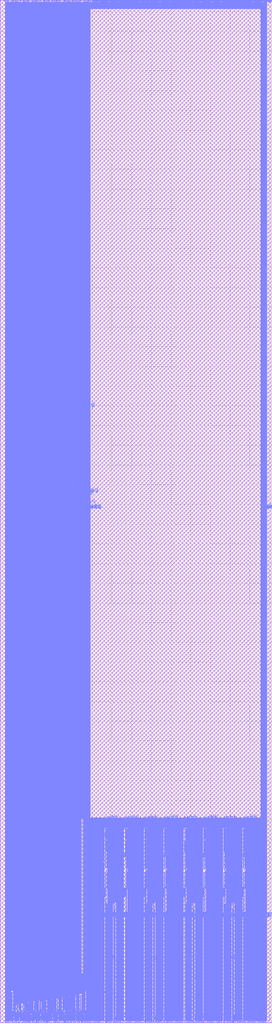
<source format=lef>
VERSION 5.8 ;
BUSBITCHARS "[]" ;
DIVIDERCHAR "/" ;

MACRO sramgen_sram_4096x8m8w8_replica_v1
  CLASS BLOCK ;
  ORIGIN 93.555 1025.97 ;
  FOREIGN sramgen_sram_4096x8m8w8_replica_v1 -93.555 -1025.97 ;
  SIZE 276.015 BY 1037.685 ;
  SYMMETRY X Y R90 ;
  PIN vdd
    DIRECTION INOUT ;
    USE POWER ;
    PORT
      LAYER met3 ;
        RECT -88.2 -1025.57 -87.8 11.315 ;
    END
    PORT
      LAYER met3 ;
        RECT -86.6 -1025.57 -86.2 11.315 ;
    END
    PORT
      LAYER met3 ;
        RECT -85 -1025.57 -84.6 11.315 ;
    END
    PORT
      LAYER met3 ;
        RECT -83.4 -1025.57 -83 11.315 ;
    END
    PORT
      LAYER met3 ;
        RECT -81.8 -993.54 -81.4 11.315 ;
    END
    PORT
      LAYER met3 ;
        RECT -80.2 -1012.62 -79.8 11.315 ;
    END
    PORT
      LAYER met3 ;
        RECT -78.6 -1025.57 -78.2 11.315 ;
    END
    PORT
      LAYER met3 ;
        RECT -77 -1007.32 -76.6 11.315 ;
    END
    PORT
      LAYER met3 ;
        RECT -77 -1025.57 -76.6 -1015.16 ;
    END
    PORT
      LAYER met3 ;
        RECT -75.4 -1008.38 -75 11.315 ;
    END
    PORT
      LAYER met3 ;
        RECT -73.8 -1012.62 -73.4 11.315 ;
    END
    PORT
      LAYER met3 ;
        RECT -73.8 -1025.57 -73.4 -1018.34 ;
    END
    PORT
      LAYER met3 ;
        RECT -72.2 -1025.57 -71.8 11.315 ;
    END
    PORT
      LAYER met3 ;
        RECT -70.6 -1006.26 -70.2 11.315 ;
    END
    PORT
      LAYER met3 ;
        RECT -70.6 -1025.57 -70.2 -1015.16 ;
    END
    PORT
      LAYER met3 ;
        RECT -69 -1012.62 -68.6 11.315 ;
    END
    PORT
      LAYER met3 ;
        RECT -67.4 -1012.62 -67 11.315 ;
    END
    PORT
      LAYER met3 ;
        RECT -67.4 -1025.57 -67 -1018.34 ;
    END
    PORT
      LAYER met3 ;
        RECT -65.8 -1025.57 -65.4 11.315 ;
    END
    PORT
      LAYER met3 ;
        RECT -64.2 -1006.26 -63.8 11.315 ;
    END
    PORT
      LAYER met3 ;
        RECT -64.2 -1025.57 -63.8 -1015.16 ;
    END
    PORT
      LAYER met3 ;
        RECT -62.6 -1012.62 -62.2 11.315 ;
    END
    PORT
      LAYER met3 ;
        RECT -61 -1025.57 -60.6 11.315 ;
    END
    PORT
      LAYER met3 ;
        RECT -59.4 -1004.14 -59 11.315 ;
    END
    PORT
      LAYER met3 ;
        RECT -59.4 -1025.57 -59 -1015.16 ;
    END
    PORT
      LAYER met3 ;
        RECT -57.8 -1012.62 -57.4 11.315 ;
    END
    PORT
      LAYER met3 ;
        RECT -56.2 -1012.62 -55.8 11.315 ;
    END
    PORT
      LAYER met3 ;
        RECT -56.2 -1025.57 -55.8 -1018.34 ;
    END
    PORT
      LAYER met3 ;
        RECT -54.6 -1025.57 -54.2 11.315 ;
    END
    PORT
      LAYER met3 ;
        RECT -53 -1003.08 -52.6 11.315 ;
    END
    PORT
      LAYER met3 ;
        RECT -53 -1025.57 -52.6 -1015.16 ;
    END
    PORT
      LAYER met3 ;
        RECT -51.4 -1012.62 -51 11.315 ;
    END
    PORT
      LAYER met3 ;
        RECT -49.8 -1012.62 -49.4 11.315 ;
    END
    PORT
      LAYER met3 ;
        RECT -49.8 -1025.57 -49.4 -1018.34 ;
    END
    PORT
      LAYER met3 ;
        RECT -48.2 -1025.57 -47.8 11.315 ;
    END
    PORT
      LAYER met3 ;
        RECT -46.6 -1003.08 -46.2 11.315 ;
    END
    PORT
      LAYER met3 ;
        RECT -46.6 -1025.57 -46.2 -1015.16 ;
    END
    PORT
      LAYER met3 ;
        RECT -45 -1012.62 -44.6 11.315 ;
    END
    PORT
      LAYER met3 ;
        RECT -45 -1025.57 -44.6 -1018.34 ;
    END
    PORT
      LAYER met3 ;
        RECT -43.4 -1025.57 -43 11.315 ;
    END
    PORT
      LAYER met3 ;
        RECT -41.8 -1002.02 -41.4 11.315 ;
    END
    PORT
      LAYER met3 ;
        RECT -41.8 -1025.57 -41.4 -1015.16 ;
    END
    PORT
      LAYER met3 ;
        RECT -40.2 -1012.62 -39.8 11.315 ;
    END
    PORT
      LAYER met3 ;
        RECT -38.6 -1012.62 -38.2 11.315 ;
    END
    PORT
      LAYER met3 ;
        RECT -38.6 -1025.57 -38.2 -1018.34 ;
    END
    PORT
      LAYER met3 ;
        RECT -37 -1025.57 -36.6 11.315 ;
    END
    PORT
      LAYER met3 ;
        RECT -35.4 -1000.96 -35 11.315 ;
    END
    PORT
      LAYER met3 ;
        RECT -35.4 -1025.57 -35 -1015.16 ;
    END
    PORT
      LAYER met3 ;
        RECT -33.8 -1012.62 -33.4 11.315 ;
    END
    PORT
      LAYER met3 ;
        RECT -32.2 -1025.57 -31.8 11.315 ;
    END
    PORT
      LAYER met3 ;
        RECT -30.6 -999.9 -30.2 11.315 ;
    END
    PORT
      LAYER met3 ;
        RECT -30.6 -1025.57 -30.2 -1015.16 ;
    END
    PORT
      LAYER met3 ;
        RECT -29 -999.9 -28.6 11.315 ;
    END
    PORT
      LAYER met3 ;
        RECT -29 -1025.57 -28.6 -1015.16 ;
    END
    PORT
      LAYER met3 ;
        RECT -27.4 -1012.62 -27 11.315 ;
    END
    PORT
      LAYER met3 ;
        RECT -27.4 -1025.57 -27 -1018.34 ;
    END
    PORT
      LAYER met3 ;
        RECT -25.8 -1025.57 -25.4 11.315 ;
    END
    PORT
      LAYER met3 ;
        RECT -24.2 -998.84 -23.8 11.315 ;
    END
    PORT
      LAYER met3 ;
        RECT -24.2 -1025.57 -23.8 -1015.16 ;
    END
    PORT
      LAYER met3 ;
        RECT -22.6 -1012.62 -22.2 11.315 ;
    END
    PORT
      LAYER met3 ;
        RECT -21 -1012.62 -20.6 11.315 ;
    END
    PORT
      LAYER met3 ;
        RECT -21 -1025.57 -20.6 -1018.34 ;
    END
    PORT
      LAYER met3 ;
        RECT -19.4 -1025.57 -19 11.315 ;
    END
    PORT
      LAYER met3 ;
        RECT -17.8 -997.78 -17.4 11.315 ;
    END
    PORT
      LAYER met3 ;
        RECT -17.8 -1025.57 -17.4 -1015.16 ;
    END
    PORT
      LAYER met3 ;
        RECT -16.2 -1012.62 -15.8 11.315 ;
    END
    PORT
      LAYER met3 ;
        RECT -14.6 -1025.57 -14.2 11.315 ;
    END
    PORT
      LAYER met3 ;
        RECT -13 -996.72 -12.6 11.315 ;
    END
    PORT
      LAYER met3 ;
        RECT -13 -1025.57 -12.6 -1015.16 ;
    END
    PORT
      LAYER met3 ;
        RECT -11.4 -996.72 -11 11.315 ;
    END
    PORT
      LAYER met3 ;
        RECT -11.4 -1025.57 -11 -1015.16 ;
    END
    PORT
      LAYER met3 ;
        RECT -9.8 -818.64 -9.4 11.315 ;
    END
    PORT
      LAYER met3 ;
        RECT -9.8 -1012.62 -9.4 -975.94 ;
    END
    PORT
      LAYER met3 ;
        RECT -9.8 -1025.57 -9.4 -1018.34 ;
    END
    PORT
      LAYER met3 ;
        RECT -8.2 -1025.57 -7.8 11.315 ;
    END
    PORT
      LAYER met3 ;
        RECT -6.6 -992.48 -6.2 11.315 ;
    END
    PORT
      LAYER met3 ;
        RECT -6.6 -1025.57 -6.2 -1015.16 ;
    END
    PORT
      LAYER met3 ;
        RECT -5 -1025.57 -4.6 11.315 ;
    END
    PORT
      LAYER met3 ;
        RECT -3.4 -1025.57 -3 11.315 ;
    END
    PORT
      LAYER met3 ;
        RECT -1.8 2.86 -1.4 11.315 ;
    END
    PORT
      LAYER met3 ;
        RECT -1.8 -1025.57 -1.4 -818 ;
    END
    PORT
      LAYER met3 ;
        RECT -0.2 2.86 0.2 11.315 ;
    END
    PORT
      LAYER met3 ;
        RECT -0.2 -1025.57 0.2 -818 ;
    END
    PORT
      LAYER met3 ;
        RECT 1.4 2.86 1.8 11.315 ;
    END
    PORT
      LAYER met3 ;
        RECT 1.4 -1025.57 1.8 -818 ;
    END
    PORT
      LAYER met3 ;
        RECT 3 2.86 3.4 11.315 ;
    END
    PORT
      LAYER met3 ;
        RECT 3 -1025.57 3.4 -818 ;
    END
    PORT
      LAYER met3 ;
        RECT 4.6 2.86 5 11.315 ;
    END
    PORT
      LAYER met3 ;
        RECT 4.6 -1025.57 5 -818 ;
    END
    PORT
      LAYER met3 ;
        RECT 6.2 2.86 6.6 11.315 ;
    END
    PORT
      LAYER met3 ;
        RECT 6.2 -1025.57 6.6 -818 ;
    END
    PORT
      LAYER met3 ;
        RECT 7.8 2.86 8.2 11.315 ;
    END
    PORT
      LAYER met3 ;
        RECT 7.8 -1025.57 8.2 -818 ;
    END
    PORT
      LAYER met3 ;
        RECT 9.4 2.86 9.8 11.315 ;
    END
    PORT
      LAYER met3 ;
        RECT 9.4 -1025.57 9.8 -818 ;
    END
    PORT
      LAYER met3 ;
        RECT 11 2.86 11.4 11.315 ;
    END
    PORT
      LAYER met3 ;
        RECT 11 -862.1 11.4 -818 ;
    END
    PORT
      LAYER met3 ;
        RECT 11 -1025.57 11.4 -973.82 ;
    END
    PORT
      LAYER met3 ;
        RECT 12.6 2.86 13 11.315 ;
    END
    PORT
      LAYER met3 ;
        RECT 12.6 -828.18 13 -818 ;
    END
    PORT
      LAYER met3 ;
        RECT 12.6 -898.14 13 -889.02 ;
    END
    PORT
      LAYER met3 ;
        RECT 14.2 2.86 14.6 11.315 ;
    END
    PORT
      LAYER met3 ;
        RECT 14.2 -839.84 14.6 -818 ;
    END
    PORT
      LAYER met3 ;
        RECT 14.2 -1025.57 14.6 -904.92 ;
    END
    PORT
      LAYER met3 ;
        RECT 15.8 2.86 16.2 11.315 ;
    END
    PORT
      LAYER met3 ;
        RECT 15.8 -1025.57 16.2 -818 ;
    END
    PORT
      LAYER met3 ;
        RECT 17.4 2.86 17.8 11.315 ;
    END
    PORT
      LAYER met3 ;
        RECT 17.4 -1025.57 17.8 -818 ;
    END
    PORT
      LAYER met3 ;
        RECT 19 2.86 19.4 11.315 ;
    END
    PORT
      LAYER met3 ;
        RECT 19 -1025.57 19.4 -818 ;
    END
    PORT
      LAYER met3 ;
        RECT 20.6 2.86 21 11.315 ;
    END
    PORT
      LAYER met3 ;
        RECT 20.6 -1025.57 21 -818 ;
    END
    PORT
      LAYER met3 ;
        RECT 22.2 2.86 22.6 11.315 ;
    END
    PORT
      LAYER met3 ;
        RECT 22.2 -904.5 22.6 -818 ;
    END
    PORT
      LAYER met3 ;
        RECT 23.8 2.86 24.2 11.315 ;
    END
    PORT
      LAYER met3 ;
        RECT 23.8 -903.44 24.2 -818 ;
    END
    PORT
      LAYER met3 ;
        RECT 23.8 -1025.57 24.2 -1018.34 ;
    END
    PORT
      LAYER met3 ;
        RECT 25.4 2.86 25.8 11.315 ;
    END
    PORT
      LAYER met3 ;
        RECT 25.4 -1025.57 25.8 -818 ;
    END
    PORT
      LAYER met3 ;
        RECT 27 2.86 27.4 11.315 ;
    END
    PORT
      LAYER met3 ;
        RECT 27 -1025.57 27.4 -818 ;
    END
    PORT
      LAYER met3 ;
        RECT 28.6 2.86 29 11.315 ;
    END
    PORT
      LAYER met3 ;
        RECT 28.6 -1025.57 29 -818 ;
    END
    PORT
      LAYER met3 ;
        RECT 30.2 2.86 30.6 11.315 ;
    END
    PORT
      LAYER met3 ;
        RECT 30.2 -1025.57 30.6 -818 ;
    END
    PORT
      LAYER met3 ;
        RECT 31.8 2.86 32.2 11.315 ;
    END
    PORT
      LAYER met3 ;
        RECT 31.8 -1025.57 32.2 -818 ;
    END
    PORT
      LAYER met3 ;
        RECT 33.4 2.86 33.8 11.315 ;
    END
    PORT
      LAYER met3 ;
        RECT 33.4 -828.18 33.8 -818 ;
    END
    PORT
      LAYER met3 ;
        RECT 33.4 -898.14 33.8 -889.02 ;
    END
    PORT
      LAYER met3 ;
        RECT 35 2.86 35.4 11.315 ;
    END
    PORT
      LAYER met3 ;
        RECT 35 -828.18 35.4 -818 ;
    END
    PORT
      LAYER met3 ;
        RECT 35 -1025.57 35.4 -913.4 ;
    END
    PORT
      LAYER met3 ;
        RECT 36.6 2.86 37 11.315 ;
    END
    PORT
      LAYER met3 ;
        RECT 36.6 -1025.57 37 -818 ;
    END
    PORT
      LAYER met3 ;
        RECT 38.2 2.86 38.6 11.315 ;
    END
    PORT
      LAYER met3 ;
        RECT 38.2 -1025.57 38.6 -818 ;
    END
    PORT
      LAYER met3 ;
        RECT 39.8 2.86 40.2 11.315 ;
    END
    PORT
      LAYER met3 ;
        RECT 39.8 -1025.57 40.2 -818 ;
    END
    PORT
      LAYER met3 ;
        RECT 41.4 2.86 41.8 11.315 ;
    END
    PORT
      LAYER met3 ;
        RECT 41.4 -1025.57 41.8 -818 ;
    END
    PORT
      LAYER met3 ;
        RECT 43 2.86 43.4 11.315 ;
    END
    PORT
      LAYER met3 ;
        RECT 43 -1025.57 43.4 -818 ;
    END
    PORT
      LAYER met3 ;
        RECT 44.6 2.86 45 11.315 ;
    END
    PORT
      LAYER met3 ;
        RECT 44.6 -1025.57 45 -818 ;
    END
    PORT
      LAYER met3 ;
        RECT 46.2 2.86 46.6 11.315 ;
    END
    PORT
      LAYER met3 ;
        RECT 46.2 -1025.57 46.6 -818 ;
    END
    PORT
      LAYER met3 ;
        RECT 47.8 2.86 48.2 11.315 ;
    END
    PORT
      LAYER met3 ;
        RECT 47.8 -1025.57 48.2 -818 ;
    END
    PORT
      LAYER met3 ;
        RECT 49.4 2.86 49.8 11.315 ;
    END
    PORT
      LAYER met3 ;
        RECT 49.4 -1025.57 49.8 -818 ;
    END
    PORT
      LAYER met3 ;
        RECT 51 2.86 51.4 11.315 ;
    END
    PORT
      LAYER met3 ;
        RECT 51 -1025.57 51.4 -818 ;
    END
    PORT
      LAYER met3 ;
        RECT 52.6 2.86 53 11.315 ;
    END
    PORT
      LAYER met3 ;
        RECT 52.6 -828.18 53 -818 ;
    END
    PORT
      LAYER met3 ;
        RECT 52.6 -898.14 53 -889.02 ;
    END
    PORT
      LAYER met3 ;
        RECT 54.2 2.86 54.6 11.315 ;
    END
    PORT
      LAYER met3 ;
        RECT 54.2 -839.84 54.6 -818 ;
    END
    PORT
      LAYER met3 ;
        RECT 54.2 -1025.57 54.6 -904.92 ;
    END
    PORT
      LAYER met3 ;
        RECT 55.8 2.86 56.2 11.315 ;
    END
    PORT
      LAYER met3 ;
        RECT 55.8 -1025.57 56.2 -818 ;
    END
    PORT
      LAYER met3 ;
        RECT 57.4 2.86 57.8 11.315 ;
    END
    PORT
      LAYER met3 ;
        RECT 57.4 -1025.57 57.8 -818 ;
    END
    PORT
      LAYER met3 ;
        RECT 59 2.86 59.4 11.315 ;
    END
    PORT
      LAYER met3 ;
        RECT 59 -1025.57 59.4 -818 ;
    END
    PORT
      LAYER met3 ;
        RECT 60.6 2.86 61 11.315 ;
    END
    PORT
      LAYER met3 ;
        RECT 60.6 -1025.57 61 -818 ;
    END
    PORT
      LAYER met3 ;
        RECT 62.2 2.86 62.6 11.315 ;
    END
    PORT
      LAYER met3 ;
        RECT 62.2 -904.5 62.6 -818 ;
    END
    PORT
      LAYER met3 ;
        RECT 63.8 2.86 64.2 11.315 ;
    END
    PORT
      LAYER met3 ;
        RECT 63.8 -903.44 64.2 -818 ;
    END
    PORT
      LAYER met3 ;
        RECT 63.8 -1025.57 64.2 -1018.34 ;
    END
    PORT
      LAYER met3 ;
        RECT 65.4 2.86 65.8 11.315 ;
    END
    PORT
      LAYER met3 ;
        RECT 65.4 -1025.57 65.8 -818 ;
    END
    PORT
      LAYER met3 ;
        RECT 67 2.86 67.4 11.315 ;
    END
    PORT
      LAYER met3 ;
        RECT 67 -1025.57 67.4 -818 ;
    END
    PORT
      LAYER met3 ;
        RECT 68.6 2.86 69 11.315 ;
    END
    PORT
      LAYER met3 ;
        RECT 68.6 -1025.57 69 -818 ;
    END
    PORT
      LAYER met3 ;
        RECT 70.2 2.86 70.6 11.315 ;
    END
    PORT
      LAYER met3 ;
        RECT 70.2 -1025.57 70.6 -818 ;
    END
    PORT
      LAYER met3 ;
        RECT 71.8 2.86 72.2 11.315 ;
    END
    PORT
      LAYER met3 ;
        RECT 71.8 -1025.57 72.2 -818 ;
    END
    PORT
      LAYER met3 ;
        RECT 73.4 2.86 73.8 11.315 ;
    END
    PORT
      LAYER met3 ;
        RECT 73.4 -828.18 73.8 -818 ;
    END
    PORT
      LAYER met3 ;
        RECT 73.4 -898.14 73.8 -889.02 ;
    END
    PORT
      LAYER met3 ;
        RECT 75 2.86 75.4 11.315 ;
    END
    PORT
      LAYER met3 ;
        RECT 75 -828.18 75.4 -818 ;
    END
    PORT
      LAYER met3 ;
        RECT 75 -1025.57 75.4 -913.4 ;
    END
    PORT
      LAYER met3 ;
        RECT 76.6 2.86 77 11.315 ;
    END
    PORT
      LAYER met3 ;
        RECT 76.6 -1025.57 77 -818 ;
    END
    PORT
      LAYER met3 ;
        RECT 78.2 2.86 78.6 11.315 ;
    END
    PORT
      LAYER met3 ;
        RECT 78.2 -1025.57 78.6 -818 ;
    END
    PORT
      LAYER met3 ;
        RECT 79.8 2.86 80.2 11.315 ;
    END
    PORT
      LAYER met3 ;
        RECT 79.8 -1025.57 80.2 -818 ;
    END
    PORT
      LAYER met3 ;
        RECT 81.4 2.86 81.8 11.315 ;
    END
    PORT
      LAYER met3 ;
        RECT 81.4 -1025.57 81.8 -818 ;
    END
    PORT
      LAYER met3 ;
        RECT 83 2.86 83.4 11.315 ;
    END
    PORT
      LAYER met3 ;
        RECT 83 -1025.57 83.4 -818 ;
    END
    PORT
      LAYER met3 ;
        RECT 84.6 2.86 85 11.315 ;
    END
    PORT
      LAYER met3 ;
        RECT 84.6 -1025.57 85 -818 ;
    END
    PORT
      LAYER met3 ;
        RECT 86.2 2.86 86.6 11.315 ;
    END
    PORT
      LAYER met3 ;
        RECT 86.2 -1025.57 86.6 -818 ;
    END
    PORT
      LAYER met3 ;
        RECT 87.8 2.86 88.2 11.315 ;
    END
    PORT
      LAYER met3 ;
        RECT 87.8 -1025.57 88.2 -818 ;
    END
    PORT
      LAYER met3 ;
        RECT 89.4 2.86 89.8 11.315 ;
    END
    PORT
      LAYER met3 ;
        RECT 89.4 -1025.57 89.8 -818 ;
    END
    PORT
      LAYER met3 ;
        RECT 91 2.86 91.4 11.315 ;
    END
    PORT
      LAYER met3 ;
        RECT 91 -1025.57 91.4 -818 ;
    END
    PORT
      LAYER met3 ;
        RECT 92.6 2.86 93 11.315 ;
    END
    PORT
      LAYER met3 ;
        RECT 92.6 -828.18 93 -818 ;
    END
    PORT
      LAYER met3 ;
        RECT 92.6 -898.14 93 -889.02 ;
    END
    PORT
      LAYER met3 ;
        RECT 94.2 2.86 94.6 11.315 ;
    END
    PORT
      LAYER met3 ;
        RECT 94.2 -839.84 94.6 -818 ;
    END
    PORT
      LAYER met3 ;
        RECT 94.2 -1025.57 94.6 -904.92 ;
    END
    PORT
      LAYER met3 ;
        RECT 95.8 2.86 96.2 11.315 ;
    END
    PORT
      LAYER met3 ;
        RECT 95.8 -1025.57 96.2 -818 ;
    END
    PORT
      LAYER met3 ;
        RECT 97.4 2.86 97.8 11.315 ;
    END
    PORT
      LAYER met3 ;
        RECT 97.4 -1025.57 97.8 -818 ;
    END
    PORT
      LAYER met3 ;
        RECT 99 2.86 99.4 11.315 ;
    END
    PORT
      LAYER met3 ;
        RECT 99 -1025.57 99.4 -818 ;
    END
    PORT
      LAYER met3 ;
        RECT 100.6 2.86 101 11.315 ;
    END
    PORT
      LAYER met3 ;
        RECT 100.6 -1025.57 101 -818 ;
    END
    PORT
      LAYER met3 ;
        RECT 102.2 2.86 102.6 11.315 ;
    END
    PORT
      LAYER met3 ;
        RECT 102.2 -904.5 102.6 -818 ;
    END
    PORT
      LAYER met3 ;
        RECT 103.8 2.86 104.2 11.315 ;
    END
    PORT
      LAYER met3 ;
        RECT 103.8 -903.44 104.2 -818 ;
    END
    PORT
      LAYER met3 ;
        RECT 103.8 -1025.57 104.2 -1018.34 ;
    END
    PORT
      LAYER met3 ;
        RECT 105.4 2.86 105.8 11.315 ;
    END
    PORT
      LAYER met3 ;
        RECT 105.4 -1025.57 105.8 -818 ;
    END
    PORT
      LAYER met3 ;
        RECT 107 2.86 107.4 11.315 ;
    END
    PORT
      LAYER met3 ;
        RECT 107 -1025.57 107.4 -818 ;
    END
    PORT
      LAYER met3 ;
        RECT 108.6 2.86 109 11.315 ;
    END
    PORT
      LAYER met3 ;
        RECT 108.6 -1025.57 109 -818 ;
    END
    PORT
      LAYER met3 ;
        RECT 110.2 2.86 110.6 11.315 ;
    END
    PORT
      LAYER met3 ;
        RECT 110.2 -1025.57 110.6 -818 ;
    END
    PORT
      LAYER met3 ;
        RECT 111.8 2.86 112.2 11.315 ;
    END
    PORT
      LAYER met3 ;
        RECT 111.8 -1025.57 112.2 -818 ;
    END
    PORT
      LAYER met3 ;
        RECT 113.4 2.86 113.8 11.315 ;
    END
    PORT
      LAYER met3 ;
        RECT 113.4 -828.18 113.8 -818 ;
    END
    PORT
      LAYER met3 ;
        RECT 113.4 -898.14 113.8 -889.02 ;
    END
    PORT
      LAYER met3 ;
        RECT 115 2.86 115.4 11.315 ;
    END
    PORT
      LAYER met3 ;
        RECT 115 -828.18 115.4 -818 ;
    END
    PORT
      LAYER met3 ;
        RECT 115 -1025.57 115.4 -913.4 ;
    END
    PORT
      LAYER met3 ;
        RECT 116.6 2.86 117 11.315 ;
    END
    PORT
      LAYER met3 ;
        RECT 116.6 -1025.57 117 -818 ;
    END
    PORT
      LAYER met3 ;
        RECT 118.2 2.86 118.6 11.315 ;
    END
    PORT
      LAYER met3 ;
        RECT 118.2 -1025.57 118.6 -818 ;
    END
    PORT
      LAYER met3 ;
        RECT 119.8 2.86 120.2 11.315 ;
    END
    PORT
      LAYER met3 ;
        RECT 119.8 -1025.57 120.2 -818 ;
    END
    PORT
      LAYER met3 ;
        RECT 121.4 2.86 121.8 11.315 ;
    END
    PORT
      LAYER met3 ;
        RECT 121.4 -1025.57 121.8 -818 ;
    END
    PORT
      LAYER met3 ;
        RECT 123 2.86 123.4 11.315 ;
    END
    PORT
      LAYER met3 ;
        RECT 123 -1025.57 123.4 -818 ;
    END
    PORT
      LAYER met3 ;
        RECT 124.6 2.86 125 11.315 ;
    END
    PORT
      LAYER met3 ;
        RECT 124.6 -1025.57 125 -818 ;
    END
    PORT
      LAYER met3 ;
        RECT 126.2 2.86 126.6 11.315 ;
    END
    PORT
      LAYER met3 ;
        RECT 126.2 -1025.57 126.6 -818 ;
    END
    PORT
      LAYER met3 ;
        RECT 127.8 2.86 128.2 11.315 ;
    END
    PORT
      LAYER met3 ;
        RECT 127.8 -1025.57 128.2 -818 ;
    END
    PORT
      LAYER met3 ;
        RECT 129.4 2.86 129.8 11.315 ;
    END
    PORT
      LAYER met3 ;
        RECT 129.4 -1025.57 129.8 -818 ;
    END
    PORT
      LAYER met3 ;
        RECT 131 2.86 131.4 11.315 ;
    END
    PORT
      LAYER met3 ;
        RECT 131 -1025.57 131.4 -818 ;
    END
    PORT
      LAYER met3 ;
        RECT 132.6 2.86 133 11.315 ;
    END
    PORT
      LAYER met3 ;
        RECT 132.6 -828.18 133 -818 ;
    END
    PORT
      LAYER met3 ;
        RECT 132.6 -898.14 133 -889.02 ;
    END
    PORT
      LAYER met3 ;
        RECT 134.2 2.86 134.6 11.315 ;
    END
    PORT
      LAYER met3 ;
        RECT 134.2 -839.84 134.6 -818 ;
    END
    PORT
      LAYER met3 ;
        RECT 134.2 -1025.57 134.6 -904.92 ;
    END
    PORT
      LAYER met3 ;
        RECT 135.8 2.86 136.2 11.315 ;
    END
    PORT
      LAYER met3 ;
        RECT 135.8 -1025.57 136.2 -818 ;
    END
    PORT
      LAYER met3 ;
        RECT 137.4 2.86 137.8 11.315 ;
    END
    PORT
      LAYER met3 ;
        RECT 137.4 -1025.57 137.8 -818 ;
    END
    PORT
      LAYER met3 ;
        RECT 139 2.86 139.4 11.315 ;
    END
    PORT
      LAYER met3 ;
        RECT 139 -1025.57 139.4 -818 ;
    END
    PORT
      LAYER met3 ;
        RECT 140.6 2.86 141 11.315 ;
    END
    PORT
      LAYER met3 ;
        RECT 140.6 -1025.57 141 -818 ;
    END
    PORT
      LAYER met3 ;
        RECT 142.2 2.86 142.6 11.315 ;
    END
    PORT
      LAYER met3 ;
        RECT 142.2 -904.5 142.6 -818 ;
    END
    PORT
      LAYER met3 ;
        RECT 143.8 2.86 144.2 11.315 ;
    END
    PORT
      LAYER met3 ;
        RECT 143.8 -903.44 144.2 -818 ;
    END
    PORT
      LAYER met3 ;
        RECT 143.8 -1025.57 144.2 -1018.34 ;
    END
    PORT
      LAYER met3 ;
        RECT 145.4 2.86 145.8 11.315 ;
    END
    PORT
      LAYER met3 ;
        RECT 145.4 -1025.57 145.8 -818 ;
    END
    PORT
      LAYER met3 ;
        RECT 147 2.86 147.4 11.315 ;
    END
    PORT
      LAYER met3 ;
        RECT 147 -1025.57 147.4 -818 ;
        RECT 146.95 -901.37 147.4 -901.04 ;
        RECT 146.95 -915.51 147.4 -915.18 ;
    END
    PORT
      LAYER met3 ;
        RECT 148.6 2.86 149 11.315 ;
    END
    PORT
      LAYER met3 ;
        RECT 148.6 -1025.57 149 -818 ;
    END
    PORT
      LAYER met3 ;
        RECT 150.2 2.86 150.6 11.315 ;
    END
    PORT
      LAYER met3 ;
        RECT 150.2 -1025.57 150.6 -818 ;
    END
    PORT
      LAYER met3 ;
        RECT 151.8 2.86 152.2 11.315 ;
    END
    PORT
      LAYER met3 ;
        RECT 151.8 -1025.57 152.2 -818 ;
    END
    PORT
      LAYER met3 ;
        RECT 153.4 2.86 153.8 11.315 ;
    END
    PORT
      LAYER met3 ;
        RECT 153.4 -828.18 153.8 -818 ;
    END
    PORT
      LAYER met3 ;
        RECT 153.4 -898.14 153.8 -889.02 ;
    END
    PORT
      LAYER met3 ;
        RECT 155 2.86 155.4 11.315 ;
    END
    PORT
      LAYER met3 ;
        RECT 155 -828.18 155.4 -818 ;
    END
    PORT
      LAYER met3 ;
        RECT 155 -1025.57 155.4 -913.4 ;
    END
    PORT
      LAYER met3 ;
        RECT 156.6 2.86 157 11.315 ;
    END
    PORT
      LAYER met3 ;
        RECT 156.6 -1025.57 157 -818 ;
    END
    PORT
      LAYER met3 ;
        RECT 158.2 2.86 158.6 11.315 ;
    END
    PORT
      LAYER met3 ;
        RECT 158.2 -1025.57 158.6 -818 ;
    END
    PORT
      LAYER met3 ;
        RECT 159.8 2.86 160.2 11.315 ;
    END
    PORT
      LAYER met3 ;
        RECT 159.8 -1025.57 160.2 -818 ;
    END
    PORT
      LAYER met3 ;
        RECT 161.4 2.86 161.8 11.315 ;
    END
    PORT
      LAYER met3 ;
        RECT 161.4 -1025.57 161.8 -818 ;
    END
    PORT
      LAYER met3 ;
        RECT 163 2.86 163.4 11.315 ;
    END
    PORT
      LAYER met3 ;
        RECT 163 -1025.57 163.4 -818 ;
    END
    PORT
      LAYER met3 ;
        RECT 164.6 2.86 165 11.315 ;
    END
    PORT
      LAYER met3 ;
        RECT 164.6 -1025.57 165 -818 ;
    END
    PORT
      LAYER met3 ;
        RECT 166.2 2.86 166.6 11.315 ;
    END
    PORT
      LAYER met3 ;
        RECT 166.2 -1025.57 166.6 -818 ;
    END
    PORT
      LAYER met3 ;
        RECT 167.8 2.86 168.2 11.315 ;
    END
    PORT
      LAYER met3 ;
        RECT 167.8 -1025.57 168.2 -818 ;
    END
    PORT
      LAYER met3 ;
        RECT 169.4 2.86 169.8 11.315 ;
    END
    PORT
      LAYER met3 ;
        RECT 169.4 -1025.57 169.8 -818 ;
    END
    PORT
      LAYER met3 ;
        RECT 171 -1025.57 171.4 11.315 ;
    END
    PORT
      LAYER met3 ;
        RECT 172.6 -1025.57 173 11.315 ;
    END
    PORT
      LAYER met3 ;
        RECT 174.2 -1025.57 174.6 11.315 ;
    END
    PORT
      LAYER met3 ;
        RECT 175.8 -1025.57 176.2 11.315 ;
    END
  END vdd
  PIN vss
    DIRECTION INOUT ;
    USE GROUND ;
    PORT
      LAYER met3 ;
        RECT -87.4 -1024.03 -87 9.775 ;
    END
    PORT
      LAYER met3 ;
        RECT -85.8 -1024.03 -85.4 9.775 ;
    END
    PORT
      LAYER met3 ;
        RECT -84.2 -1024.03 -83.8 9.775 ;
    END
    PORT
      LAYER met3 ;
        RECT -82.6 -1024.03 -82.2 9.775 ;
    END
    PORT
      LAYER met3 ;
        RECT -81 -993.54 -80.6 9.775 ;
    END
    PORT
      LAYER met3 ;
        RECT -79.4 -1012.62 -79 9.775 ;
    END
    PORT
      LAYER met3 ;
        RECT -79.4 -1024.03 -79 -1018.34 ;
    END
    PORT
      LAYER met3 ;
        RECT -77.8 -1024.03 -77.4 9.775 ;
    END
    PORT
      LAYER met3 ;
        RECT -76.2 -1007.32 -75.8 9.775 ;
    END
    PORT
      LAYER met3 ;
        RECT -76.2 -1024.03 -75.8 -1015.16 ;
    END
    PORT
      LAYER met3 ;
        RECT -74.6 -1012.62 -74.2 9.775 ;
    END
    PORT
      LAYER met3 ;
        RECT -73 -1024.03 -72.6 9.775 ;
    END
    PORT
      LAYER met3 ;
        RECT -71.4 -1006.26 -71 9.775 ;
    END
    PORT
      LAYER met3 ;
        RECT -71.4 -1024.03 -71 -1015.16 ;
    END
    PORT
      LAYER met3 ;
        RECT -69.8 -1007.32 -69.4 9.775 ;
    END
    PORT
      LAYER met3 ;
        RECT -69.8 -1024.03 -69.4 -1015.16 ;
    END
    PORT
      LAYER met3 ;
        RECT -68.2 -1012.62 -67.8 9.775 ;
    END
    PORT
      LAYER met3 ;
        RECT -68.2 -1024.03 -67.8 -1018.34 ;
    END
    PORT
      LAYER met3 ;
        RECT -66.6 -1024.03 -66.2 9.775 ;
    END
    PORT
      LAYER met3 ;
        RECT -65 -1005.2 -64.6 9.775 ;
    END
    PORT
      LAYER met3 ;
        RECT -65 -1024.03 -64.6 -1015.16 ;
    END
    PORT
      LAYER met3 ;
        RECT -63.4 -1012.62 -63 9.775 ;
    END
    PORT
      LAYER met3 ;
        RECT -61.8 -1012.62 -61.4 9.775 ;
    END
    PORT
      LAYER met3 ;
        RECT -61.8 -1024.03 -61.4 -1018.34 ;
    END
    PORT
      LAYER met3 ;
        RECT -60.2 -1024.03 -59.8 9.775 ;
    END
    PORT
      LAYER met3 ;
        RECT -58.6 -1004.14 -58.2 9.775 ;
    END
    PORT
      LAYER met3 ;
        RECT -58.6 -1024.03 -58.2 -1015.16 ;
    END
    PORT
      LAYER met3 ;
        RECT -57 -1012.62 -56.6 9.775 ;
    END
    PORT
      LAYER met3 ;
        RECT -55.4 -1024.03 -55 9.775 ;
    END
    PORT
      LAYER met3 ;
        RECT -53.8 -1003.08 -53.4 9.775 ;
    END
    PORT
      LAYER met3 ;
        RECT -53.8 -1024.03 -53.4 -1015.16 ;
    END
    PORT
      LAYER met3 ;
        RECT -52.2 -1004.14 -51.8 9.775 ;
    END
    PORT
      LAYER met3 ;
        RECT -50.6 -1012.62 -50.2 9.775 ;
    END
    PORT
      LAYER met3 ;
        RECT -50.6 -1024.03 -50.2 -1018.34 ;
    END
    PORT
      LAYER met3 ;
        RECT -49 -1024.03 -48.6 9.775 ;
    END
    PORT
      LAYER met3 ;
        RECT -47.4 -1002.02 -47 9.775 ;
    END
    PORT
      LAYER met3 ;
        RECT -47.4 -1024.03 -47 -1015.16 ;
    END
    PORT
      LAYER met3 ;
        RECT -45.8 -1012.62 -45.4 9.775 ;
    END
    PORT
      LAYER met3 ;
        RECT -44.2 -1012.62 -43.8 9.775 ;
    END
    PORT
      LAYER met3 ;
        RECT -44.2 -1024.03 -43.8 -1018.34 ;
    END
    PORT
      LAYER met3 ;
        RECT -42.6 -1024.03 -42.2 9.775 ;
    END
    PORT
      LAYER met3 ;
        RECT -41 -1002.02 -40.6 9.775 ;
    END
    PORT
      LAYER met3 ;
        RECT -41 -1024.03 -40.6 -1015.16 ;
    END
    PORT
      LAYER met3 ;
        RECT -39.4 -1012.62 -39 9.775 ;
    END
    PORT
      LAYER met3 ;
        RECT -37.8 -1024.03 -37.4 9.775 ;
    END
    PORT
      LAYER met3 ;
        RECT -36.2 -1000.96 -35.8 9.775 ;
    END
    PORT
      LAYER met3 ;
        RECT -36.2 -1024.03 -35.8 -1015.16 ;
    END
    PORT
      LAYER met3 ;
        RECT -34.6 -1000.96 -34.2 9.775 ;
    END
    PORT
      LAYER met3 ;
        RECT -33 -1012.62 -32.6 9.775 ;
    END
    PORT
      LAYER met3 ;
        RECT -33 -1024.03 -32.6 -1018.34 ;
    END
    PORT
      LAYER met3 ;
        RECT -31.4 -1024.03 -31 9.775 ;
    END
    PORT
      LAYER met3 ;
        RECT -29.8 -999.9 -29.4 9.775 ;
    END
    PORT
      LAYER met3 ;
        RECT -29.8 -1024.03 -29.4 -1015.16 ;
    END
    PORT
      LAYER met3 ;
        RECT -28.2 -1012.62 -27.8 9.775 ;
    END
    PORT
      LAYER met3 ;
        RECT -26.6 -1012.62 -26.2 9.775 ;
    END
    PORT
      LAYER met3 ;
        RECT -26.6 -1024.03 -26.2 -1018.34 ;
    END
    PORT
      LAYER met3 ;
        RECT -25 -1024.03 -24.6 9.775 ;
    END
    PORT
      LAYER met3 ;
        RECT -23.4 -998.84 -23 9.775 ;
    END
    PORT
      LAYER met3 ;
        RECT -23.4 -1024.03 -23 -1015.16 ;
    END
    PORT
      LAYER met3 ;
        RECT -21.8 -1012.62 -21.4 9.775 ;
    END
    PORT
      LAYER met3 ;
        RECT -20.2 -1024.03 -19.8 9.775 ;
    END
    PORT
      LAYER met3 ;
        RECT -18.6 -997.78 -18.2 9.775 ;
    END
    PORT
      LAYER met3 ;
        RECT -18.6 -1024.03 -18.2 -1015.16 ;
    END
    PORT
      LAYER met3 ;
        RECT -17 -997.78 -16.6 9.775 ;
    END
    PORT
      LAYER met3 ;
        RECT -15.4 -1012.62 -15 9.775 ;
    END
    PORT
      LAYER met3 ;
        RECT -15.4 -1024.03 -15 -1018.34 ;
    END
    PORT
      LAYER met3 ;
        RECT -13.8 -1024.03 -13.4 9.775 ;
    END
    PORT
      LAYER met3 ;
        RECT -12.2 -996.72 -11.8 9.775 ;
    END
    PORT
      LAYER met3 ;
        RECT -12.2 -1024.03 -11.8 -1015.16 ;
    END
    PORT
      LAYER met3 ;
        RECT -10.6 -818.64 -10.2 9.775 ;
    END
    PORT
      LAYER met3 ;
        RECT -10.6 -1012.62 -10.2 -975.94 ;
    END
    PORT
      LAYER met3 ;
        RECT -9 -1012.62 -8.6 9.775 ;
    END
    PORT
      LAYER met3 ;
        RECT -9 -1024.03 -8.6 -1018.34 ;
    END
    PORT
      LAYER met3 ;
        RECT -7.4 -1024.03 -7 9.775 ;
    END
    PORT
      LAYER met3 ;
        RECT -5.8 -992.48 -5.4 9.775 ;
    END
    PORT
      LAYER met3 ;
        RECT -5.8 -1024.03 -5.4 -1015.16 ;
        RECT -5.825 -1017.025 -5.4 -1016.695 ;
    END
    PORT
      LAYER met3 ;
        RECT -4.2 -1024.03 -3.8 9.775 ;
    END
    PORT
      LAYER met3 ;
        RECT -2.6 -1024.03 -2.2 9.775 ;
    END
    PORT
      LAYER met3 ;
        RECT -1 2.86 -0.6 9.775 ;
    END
    PORT
      LAYER met3 ;
        RECT -1 -1024.03 -0.6 -818 ;
    END
    PORT
      LAYER met3 ;
        RECT 0.6 2.86 1 9.775 ;
    END
    PORT
      LAYER met3 ;
        RECT 0.6 -1024.03 1 -818 ;
    END
    PORT
      LAYER met3 ;
        RECT 2.2 2.86 2.6 9.775 ;
    END
    PORT
      LAYER met3 ;
        RECT 2.2 -1024.03 2.6 -818 ;
    END
    PORT
      LAYER met3 ;
        RECT 3.8 2.86 4.2 9.775 ;
    END
    PORT
      LAYER met3 ;
        RECT 3.8 -1024.03 4.2 -818 ;
    END
    PORT
      LAYER met3 ;
        RECT 5.4 2.86 5.8 9.775 ;
    END
    PORT
      LAYER met3 ;
        RECT 5.4 -1024.03 5.8 -818 ;
    END
    PORT
      LAYER met3 ;
        RECT 7 2.86 7.4 9.775 ;
    END
    PORT
      LAYER met3 ;
        RECT 7 -1024.03 7.4 -818 ;
    END
    PORT
      LAYER met3 ;
        RECT 8.6 2.86 9 9.775 ;
    END
    PORT
      LAYER met3 ;
        RECT 8.6 -1024.03 9 -818 ;
    END
    PORT
      LAYER met3 ;
        RECT 10.2 2.86 10.6 9.775 ;
    END
    PORT
      LAYER met3 ;
        RECT 10.2 -1024.03 10.6 -818 ;
    END
    PORT
      LAYER met3 ;
        RECT 11.8 2.86 12.2 9.775 ;
    END
    PORT
      LAYER met3 ;
        RECT 11.8 -1024.03 12.2 -818 ;
    END
    PORT
      LAYER met3 ;
        RECT 13.4 2.86 13.8 9.775 ;
    END
    PORT
      LAYER met3 ;
        RECT 13.4 -828.18 13.8 -818 ;
    END
    PORT
      LAYER met3 ;
        RECT 13.4 -898.14 13.8 -889.02 ;
        RECT 13.435 -898.14 13.765 -888.98 ;
    END
    PORT
      LAYER met3 ;
        RECT 15 2.86 15.4 9.775 ;
    END
    PORT
      LAYER met3 ;
        RECT 15 -828.18 15.4 -818 ;
    END
    PORT
      LAYER met3 ;
        RECT 15 -1024.03 15.4 -904.92 ;
    END
    PORT
      LAYER met3 ;
        RECT 16.6 2.86 17 9.775 ;
    END
    PORT
      LAYER met3 ;
        RECT 16.6 -1024.03 17 -818 ;
    END
    PORT
      LAYER met3 ;
        RECT 18.2 2.86 18.6 9.775 ;
    END
    PORT
      LAYER met3 ;
        RECT 18.2 -1024.03 18.6 -818 ;
    END
    PORT
      LAYER met3 ;
        RECT 19.8 2.86 20.2 9.775 ;
    END
    PORT
      LAYER met3 ;
        RECT 19.8 -1024.03 20.2 -818 ;
    END
    PORT
      LAYER met3 ;
        RECT 21.4 2.86 21.8 9.775 ;
    END
    PORT
      LAYER met3 ;
        RECT 21.4 -904.5 21.8 -818 ;
    END
    PORT
      LAYER met3 ;
        RECT 23 2.86 23.4 9.775 ;
    END
    PORT
      LAYER met3 ;
        RECT 23 -903.44 23.4 -818 ;
    END
    PORT
      LAYER met3 ;
        RECT 24.6 2.86 25 9.775 ;
    END
    PORT
      LAYER met3 ;
        RECT 24.6 -1024.03 25 -818 ;
    END
    PORT
      LAYER met3 ;
        RECT 26.2 2.86 26.6 9.775 ;
    END
    PORT
      LAYER met3 ;
        RECT 26.2 -1024.03 26.6 -818 ;
    END
    PORT
      LAYER met3 ;
        RECT 27.8 2.86 28.2 9.775 ;
    END
    PORT
      LAYER met3 ;
        RECT 27.8 -1024.03 28.2 -818 ;
    END
    PORT
      LAYER met3 ;
        RECT 29.4 2.86 29.8 9.775 ;
    END
    PORT
      LAYER met3 ;
        RECT 29.4 -1024.03 29.8 -818 ;
    END
    PORT
      LAYER met3 ;
        RECT 31 2.86 31.4 9.775 ;
    END
    PORT
      LAYER met3 ;
        RECT 31 -1024.03 31.4 -818 ;
    END
    PORT
      LAYER met3 ;
        RECT 32.6 2.86 33 9.775 ;
    END
    PORT
      LAYER met3 ;
        RECT 32.6 -828.18 33 -818 ;
    END
    PORT
      LAYER met3 ;
        RECT 32.6 -898.14 33 -889.02 ;
        RECT 32.635 -898.14 32.965 -888.98 ;
    END
    PORT
      LAYER met3 ;
        RECT 34.2 2.86 34.6 9.775 ;
    END
    PORT
      LAYER met3 ;
        RECT 34.2 -839.84 34.6 -818 ;
    END
    PORT
      LAYER met3 ;
        RECT 34.2 -1024.03 34.6 -913.4 ;
    END
    PORT
      LAYER met3 ;
        RECT 35.8 2.86 36.2 9.775 ;
    END
    PORT
      LAYER met3 ;
        RECT 35.8 -1024.03 36.2 -818 ;
    END
    PORT
      LAYER met3 ;
        RECT 37.4 2.86 37.8 9.775 ;
    END
    PORT
      LAYER met3 ;
        RECT 37.4 -1024.03 37.8 -818 ;
    END
    PORT
      LAYER met3 ;
        RECT 39 2.86 39.4 9.775 ;
    END
    PORT
      LAYER met3 ;
        RECT 39 -1024.03 39.4 -818 ;
    END
    PORT
      LAYER met3 ;
        RECT 40.6 2.86 41 9.775 ;
    END
    PORT
      LAYER met3 ;
        RECT 40.6 -1024.03 41 -818 ;
    END
    PORT
      LAYER met3 ;
        RECT 42.2 2.86 42.6 9.775 ;
    END
    PORT
      LAYER met3 ;
        RECT 42.2 -1024.03 42.6 -818 ;
    END
    PORT
      LAYER met3 ;
        RECT 43.8 2.86 44.2 9.775 ;
    END
    PORT
      LAYER met3 ;
        RECT 43.8 -1024.03 44.2 -818 ;
    END
    PORT
      LAYER met3 ;
        RECT 45.4 2.86 45.8 9.775 ;
    END
    PORT
      LAYER met3 ;
        RECT 45.4 -1024.03 45.8 -818 ;
    END
    PORT
      LAYER met3 ;
        RECT 47 2.86 47.4 9.775 ;
    END
    PORT
      LAYER met3 ;
        RECT 47 -1024.03 47.4 -818 ;
    END
    PORT
      LAYER met3 ;
        RECT 48.6 2.86 49 9.775 ;
    END
    PORT
      LAYER met3 ;
        RECT 48.6 -1024.03 49 -818 ;
    END
    PORT
      LAYER met3 ;
        RECT 50.2 2.86 50.6 9.775 ;
    END
    PORT
      LAYER met3 ;
        RECT 50.2 -1024.03 50.6 -818 ;
    END
    PORT
      LAYER met3 ;
        RECT 51.8 2.86 52.2 9.775 ;
    END
    PORT
      LAYER met3 ;
        RECT 51.8 -1024.03 52.2 -818 ;
    END
    PORT
      LAYER met3 ;
        RECT 53.4 2.86 53.8 9.775 ;
    END
    PORT
      LAYER met3 ;
        RECT 53.4 -828.18 53.8 -818 ;
    END
    PORT
      LAYER met3 ;
        RECT 53.4 -898.14 53.8 -889.02 ;
        RECT 53.435 -898.14 53.765 -888.98 ;
    END
    PORT
      LAYER met3 ;
        RECT 55 2.86 55.4 9.775 ;
    END
    PORT
      LAYER met3 ;
        RECT 55 -828.18 55.4 -818 ;
    END
    PORT
      LAYER met3 ;
        RECT 55 -1024.03 55.4 -904.92 ;
    END
    PORT
      LAYER met3 ;
        RECT 56.6 2.86 57 9.775 ;
    END
    PORT
      LAYER met3 ;
        RECT 56.6 -1024.03 57 -818 ;
    END
    PORT
      LAYER met3 ;
        RECT 58.2 2.86 58.6 9.775 ;
    END
    PORT
      LAYER met3 ;
        RECT 58.2 -1024.03 58.6 -818 ;
    END
    PORT
      LAYER met3 ;
        RECT 59.8 2.86 60.2 9.775 ;
    END
    PORT
      LAYER met3 ;
        RECT 59.8 -1024.03 60.2 -818 ;
    END
    PORT
      LAYER met3 ;
        RECT 61.4 2.86 61.8 9.775 ;
    END
    PORT
      LAYER met3 ;
        RECT 61.4 -904.5 61.8 -818 ;
    END
    PORT
      LAYER met3 ;
        RECT 63 2.86 63.4 9.775 ;
    END
    PORT
      LAYER met3 ;
        RECT 63 -903.44 63.4 -818 ;
    END
    PORT
      LAYER met3 ;
        RECT 64.6 2.86 65 9.775 ;
    END
    PORT
      LAYER met3 ;
        RECT 64.6 -1024.03 65 -818 ;
    END
    PORT
      LAYER met3 ;
        RECT 66.2 2.86 66.6 9.775 ;
    END
    PORT
      LAYER met3 ;
        RECT 66.2 -1024.03 66.6 -818 ;
    END
    PORT
      LAYER met3 ;
        RECT 67.8 2.86 68.2 9.775 ;
    END
    PORT
      LAYER met3 ;
        RECT 67.8 -1024.03 68.2 -818 ;
    END
    PORT
      LAYER met3 ;
        RECT 69.4 2.86 69.8 9.775 ;
    END
    PORT
      LAYER met3 ;
        RECT 69.4 -1024.03 69.8 -818 ;
    END
    PORT
      LAYER met3 ;
        RECT 71 2.86 71.4 9.775 ;
    END
    PORT
      LAYER met3 ;
        RECT 71 -1024.03 71.4 -818 ;
    END
    PORT
      LAYER met3 ;
        RECT 72.6 2.86 73 9.775 ;
    END
    PORT
      LAYER met3 ;
        RECT 72.6 -828.18 73 -818 ;
    END
    PORT
      LAYER met3 ;
        RECT 72.6 -898.14 73 -889.02 ;
        RECT 72.635 -898.14 72.965 -888.98 ;
    END
    PORT
      LAYER met3 ;
        RECT 74.2 2.86 74.6 9.775 ;
    END
    PORT
      LAYER met3 ;
        RECT 74.2 -839.84 74.6 -818 ;
    END
    PORT
      LAYER met3 ;
        RECT 74.2 -1024.03 74.6 -913.4 ;
    END
    PORT
      LAYER met3 ;
        RECT 75.8 2.86 76.2 9.775 ;
    END
    PORT
      LAYER met3 ;
        RECT 75.8 -1024.03 76.2 -818 ;
    END
    PORT
      LAYER met3 ;
        RECT 77.4 2.86 77.8 9.775 ;
    END
    PORT
      LAYER met3 ;
        RECT 77.4 -1024.03 77.8 -818 ;
    END
    PORT
      LAYER met3 ;
        RECT 79 2.86 79.4 9.775 ;
    END
    PORT
      LAYER met3 ;
        RECT 79 -1024.03 79.4 -818 ;
    END
    PORT
      LAYER met3 ;
        RECT 80.6 2.86 81 9.775 ;
    END
    PORT
      LAYER met3 ;
        RECT 80.6 -1024.03 81 -818 ;
    END
    PORT
      LAYER met3 ;
        RECT 82.2 2.86 82.6 9.775 ;
    END
    PORT
      LAYER met3 ;
        RECT 82.2 -1024.03 82.6 -818 ;
    END
    PORT
      LAYER met3 ;
        RECT 83.8 2.86 84.2 9.775 ;
    END
    PORT
      LAYER met3 ;
        RECT 83.8 -1024.03 84.2 -818 ;
    END
    PORT
      LAYER met3 ;
        RECT 85.4 2.86 85.8 9.775 ;
    END
    PORT
      LAYER met3 ;
        RECT 85.4 -1024.03 85.8 -818 ;
    END
    PORT
      LAYER met3 ;
        RECT 87 2.86 87.4 9.775 ;
    END
    PORT
      LAYER met3 ;
        RECT 87 -1024.03 87.4 -818 ;
    END
    PORT
      LAYER met3 ;
        RECT 88.6 2.86 89 9.775 ;
    END
    PORT
      LAYER met3 ;
        RECT 88.6 -1024.03 89 -818 ;
    END
    PORT
      LAYER met3 ;
        RECT 90.2 2.86 90.6 9.775 ;
    END
    PORT
      LAYER met3 ;
        RECT 90.2 -1024.03 90.6 -818 ;
    END
    PORT
      LAYER met3 ;
        RECT 91.8 2.86 92.2 9.775 ;
    END
    PORT
      LAYER met3 ;
        RECT 91.8 -1024.03 92.2 -818 ;
    END
    PORT
      LAYER met3 ;
        RECT 93.4 2.86 93.8 9.775 ;
    END
    PORT
      LAYER met3 ;
        RECT 93.4 -828.18 93.8 -818 ;
    END
    PORT
      LAYER met3 ;
        RECT 93.4 -898.14 93.8 -889.02 ;
        RECT 93.435 -898.14 93.765 -888.98 ;
    END
    PORT
      LAYER met3 ;
        RECT 95 2.86 95.4 9.775 ;
    END
    PORT
      LAYER met3 ;
        RECT 95 -828.18 95.4 -818 ;
    END
    PORT
      LAYER met3 ;
        RECT 95 -1024.03 95.4 -904.92 ;
    END
    PORT
      LAYER met3 ;
        RECT 96.6 2.86 97 9.775 ;
    END
    PORT
      LAYER met3 ;
        RECT 96.6 -1024.03 97 -818 ;
    END
    PORT
      LAYER met3 ;
        RECT 98.2 2.86 98.6 9.775 ;
    END
    PORT
      LAYER met3 ;
        RECT 98.2 -1024.03 98.6 -818 ;
    END
    PORT
      LAYER met3 ;
        RECT 99.8 2.86 100.2 9.775 ;
    END
    PORT
      LAYER met3 ;
        RECT 99.8 -1024.03 100.2 -818 ;
    END
    PORT
      LAYER met3 ;
        RECT 101.4 2.86 101.8 9.775 ;
    END
    PORT
      LAYER met3 ;
        RECT 101.4 -904.5 101.8 -818 ;
    END
    PORT
      LAYER met3 ;
        RECT 103 2.86 103.4 9.775 ;
    END
    PORT
      LAYER met3 ;
        RECT 103 -903.44 103.4 -818 ;
    END
    PORT
      LAYER met3 ;
        RECT 104.6 2.86 105 9.775 ;
    END
    PORT
      LAYER met3 ;
        RECT 104.6 -1024.03 105 -818 ;
    END
    PORT
      LAYER met3 ;
        RECT 106.2 2.86 106.6 9.775 ;
    END
    PORT
      LAYER met3 ;
        RECT 106.2 -1024.03 106.6 -818 ;
    END
    PORT
      LAYER met3 ;
        RECT 107.8 2.86 108.2 9.775 ;
    END
    PORT
      LAYER met3 ;
        RECT 107.8 -1024.03 108.2 -818 ;
    END
    PORT
      LAYER met3 ;
        RECT 109.4 2.86 109.8 9.775 ;
    END
    PORT
      LAYER met3 ;
        RECT 109.4 -1024.03 109.8 -818 ;
    END
    PORT
      LAYER met3 ;
        RECT 111 2.86 111.4 9.775 ;
    END
    PORT
      LAYER met3 ;
        RECT 111 -1024.03 111.4 -818 ;
    END
    PORT
      LAYER met3 ;
        RECT 112.6 2.86 113 9.775 ;
    END
    PORT
      LAYER met3 ;
        RECT 112.6 -828.18 113 -818 ;
    END
    PORT
      LAYER met3 ;
        RECT 112.6 -898.14 113 -889.02 ;
        RECT 112.635 -898.14 112.965 -888.98 ;
    END
    PORT
      LAYER met3 ;
        RECT 114.2 2.86 114.6 9.775 ;
    END
    PORT
      LAYER met3 ;
        RECT 114.2 -839.84 114.6 -818 ;
    END
    PORT
      LAYER met3 ;
        RECT 114.2 -1024.03 114.6 -913.4 ;
    END
    PORT
      LAYER met3 ;
        RECT 115.8 2.86 116.2 9.775 ;
    END
    PORT
      LAYER met3 ;
        RECT 115.8 -1024.03 116.2 -818 ;
    END
    PORT
      LAYER met3 ;
        RECT 117.4 2.86 117.8 9.775 ;
    END
    PORT
      LAYER met3 ;
        RECT 117.4 -1024.03 117.8 -818 ;
    END
    PORT
      LAYER met3 ;
        RECT 119 2.86 119.4 9.775 ;
    END
    PORT
      LAYER met3 ;
        RECT 119 -1024.03 119.4 -818 ;
    END
    PORT
      LAYER met3 ;
        RECT 120.6 2.86 121 9.775 ;
    END
    PORT
      LAYER met3 ;
        RECT 120.6 -1024.03 121 -818 ;
    END
    PORT
      LAYER met3 ;
        RECT 122.2 2.86 122.6 9.775 ;
    END
    PORT
      LAYER met3 ;
        RECT 122.2 -1024.03 122.6 -818 ;
    END
    PORT
      LAYER met3 ;
        RECT 123.8 2.86 124.2 9.775 ;
    END
    PORT
      LAYER met3 ;
        RECT 123.8 -1024.03 124.2 -818 ;
    END
    PORT
      LAYER met3 ;
        RECT 125.4 2.86 125.8 9.775 ;
    END
    PORT
      LAYER met3 ;
        RECT 125.4 -1024.03 125.8 -818 ;
    END
    PORT
      LAYER met3 ;
        RECT 127 2.86 127.4 9.775 ;
    END
    PORT
      LAYER met3 ;
        RECT 127 -1024.03 127.4 -818 ;
    END
    PORT
      LAYER met3 ;
        RECT 128.6 2.86 129 9.775 ;
    END
    PORT
      LAYER met3 ;
        RECT 128.6 -1024.03 129 -818 ;
    END
    PORT
      LAYER met3 ;
        RECT 130.2 2.86 130.6 9.775 ;
    END
    PORT
      LAYER met3 ;
        RECT 130.2 -1024.03 130.6 -818 ;
    END
    PORT
      LAYER met3 ;
        RECT 131.8 2.86 132.2 9.775 ;
    END
    PORT
      LAYER met3 ;
        RECT 131.8 -1024.03 132.2 -818 ;
    END
    PORT
      LAYER met3 ;
        RECT 133.4 2.86 133.8 9.775 ;
    END
    PORT
      LAYER met3 ;
        RECT 133.4 -828.18 133.8 -818 ;
    END
    PORT
      LAYER met3 ;
        RECT 133.4 -898.14 133.8 -889.02 ;
        RECT 133.435 -898.14 133.765 -888.98 ;
    END
    PORT
      LAYER met3 ;
        RECT 135 2.86 135.4 9.775 ;
    END
    PORT
      LAYER met3 ;
        RECT 135 -828.18 135.4 -818 ;
    END
    PORT
      LAYER met3 ;
        RECT 135 -1024.03 135.4 -904.92 ;
    END
    PORT
      LAYER met3 ;
        RECT 136.6 2.86 137 9.775 ;
    END
    PORT
      LAYER met3 ;
        RECT 136.6 -1024.03 137 -818 ;
    END
    PORT
      LAYER met3 ;
        RECT 138.2 2.86 138.6 9.775 ;
    END
    PORT
      LAYER met3 ;
        RECT 138.2 -1024.03 138.6 -818 ;
    END
    PORT
      LAYER met3 ;
        RECT 139.8 2.86 140.2 9.775 ;
    END
    PORT
      LAYER met3 ;
        RECT 139.8 -1024.03 140.2 -818 ;
    END
    PORT
      LAYER met3 ;
        RECT 141.4 2.86 141.8 9.775 ;
    END
    PORT
      LAYER met3 ;
        RECT 141.4 -904.5 141.8 -818 ;
    END
    PORT
      LAYER met3 ;
        RECT 143 2.86 143.4 9.775 ;
    END
    PORT
      LAYER met3 ;
        RECT 143 -903.44 143.4 -818 ;
    END
    PORT
      LAYER met3 ;
        RECT 144.6 2.86 145 9.775 ;
    END
    PORT
      LAYER met3 ;
        RECT 144.6 -1024.03 145 -818 ;
    END
    PORT
      LAYER met3 ;
        RECT 146.2 2.86 146.6 9.775 ;
    END
    PORT
      LAYER met3 ;
        RECT 146.2 -1024.03 146.6 -818 ;
    END
    PORT
      LAYER met3 ;
        RECT 147.8 2.86 148.2 9.775 ;
    END
    PORT
      LAYER met3 ;
        RECT 147.8 -1024.03 148.2 -818 ;
    END
    PORT
      LAYER met3 ;
        RECT 149.4 2.86 149.8 9.775 ;
    END
    PORT
      LAYER met3 ;
        RECT 149.4 -1024.03 149.8 -818 ;
    END
    PORT
      LAYER met3 ;
        RECT 151 2.86 151.4 9.775 ;
    END
    PORT
      LAYER met3 ;
        RECT 151 -1024.03 151.4 -818 ;
    END
    PORT
      LAYER met3 ;
        RECT 152.6 2.86 153 9.775 ;
    END
    PORT
      LAYER met3 ;
        RECT 152.6 -828.18 153 -818 ;
    END
    PORT
      LAYER met3 ;
        RECT 152.6 -898.14 153 -889.02 ;
        RECT 152.635 -898.14 152.965 -888.98 ;
    END
    PORT
      LAYER met3 ;
        RECT 154.2 2.86 154.6 9.775 ;
    END
    PORT
      LAYER met3 ;
        RECT 154.2 -839.84 154.6 -818 ;
    END
    PORT
      LAYER met3 ;
        RECT 154.2 -1024.03 154.6 -913.4 ;
    END
    PORT
      LAYER met3 ;
        RECT 155.8 2.86 156.2 9.775 ;
    END
    PORT
      LAYER met3 ;
        RECT 155.8 -1024.03 156.2 -818 ;
    END
    PORT
      LAYER met3 ;
        RECT 157.4 2.86 157.8 9.775 ;
    END
    PORT
      LAYER met3 ;
        RECT 157.4 -1024.03 157.8 -818 ;
    END
    PORT
      LAYER met3 ;
        RECT 159 2.86 159.4 9.775 ;
    END
    PORT
      LAYER met3 ;
        RECT 159 -1024.03 159.4 -818 ;
    END
    PORT
      LAYER met3 ;
        RECT 160.6 2.86 161 9.775 ;
    END
    PORT
      LAYER met3 ;
        RECT 160.6 -1024.03 161 -818 ;
    END
    PORT
      LAYER met3 ;
        RECT 162.2 2.86 162.6 9.775 ;
    END
    PORT
      LAYER met3 ;
        RECT 162.2 -1024.03 162.6 -818 ;
    END
    PORT
      LAYER met3 ;
        RECT 163.8 2.86 164.2 9.775 ;
    END
    PORT
      LAYER met3 ;
        RECT 163.8 -1024.03 164.2 -818 ;
    END
    PORT
      LAYER met3 ;
        RECT 165.4 2.86 165.8 9.775 ;
    END
    PORT
      LAYER met3 ;
        RECT 165.4 -1024.03 165.8 -818 ;
    END
    PORT
      LAYER met3 ;
        RECT 167 2.86 167.4 9.775 ;
    END
    PORT
      LAYER met3 ;
        RECT 167 -1024.03 167.4 -818 ;
    END
    PORT
      LAYER met3 ;
        RECT 168.6 2.86 169 9.775 ;
    END
    PORT
      LAYER met3 ;
        RECT 168.6 -1024.03 169 -818 ;
    END
    PORT
      LAYER met3 ;
        RECT 170.2 2.86 170.6 9.775 ;
    END
    PORT
      LAYER met3 ;
        RECT 170.2 -1024.03 170.6 -818 ;
    END
    PORT
      LAYER met3 ;
        RECT 171.8 -1024.03 172.2 9.775 ;
    END
    PORT
      LAYER met3 ;
        RECT 173.4 -1024.03 173.8 9.775 ;
    END
    PORT
      LAYER met3 ;
        RECT 175 -1024.03 175.4 9.775 ;
    END
    PORT
      LAYER met3 ;
        RECT 176.6 -1024.03 177 9.775 ;
    END
  END vss
  PIN addr[0]
    DIRECTION INPUT ;
    USE SIGNAL ;
    PORT
      LAYER met3 ;
        RECT -16.46 -1025.97 -16.16 -1025.67 ;
    END
  END addr[0]
  PIN addr[10]
    DIRECTION INPUT ;
    USE SIGNAL ;
    PORT
      LAYER met3 ;
        RECT -74.86 -1025.97 -74.56 -1025.67 ;
    END
  END addr[10]
  PIN addr[11]
    DIRECTION INPUT ;
    USE SIGNAL ;
    PORT
      LAYER met3 ;
        RECT -80.7 -1025.97 -80.4 -1025.67 ;
    END
  END addr[11]
  PIN addr[1]
    DIRECTION INPUT ;
    USE SIGNAL ;
    PORT
      LAYER met3 ;
        RECT -22.3 -1025.97 -22 -1025.67 ;
    END
  END addr[1]
  PIN addr[2]
    DIRECTION INPUT ;
    USE SIGNAL ;
    PORT
      LAYER met3 ;
        RECT -28.14 -1025.97 -27.84 -1025.67 ;
    END
  END addr[2]
  PIN addr[3]
    DIRECTION INPUT ;
    USE SIGNAL ;
    PORT
      LAYER met3 ;
        RECT -33.98 -1025.97 -33.68 -1025.67 ;
    END
  END addr[3]
  PIN addr[4]
    DIRECTION INPUT ;
    USE SIGNAL ;
    PORT
      LAYER met3 ;
        RECT -39.82 -1025.97 -39.52 -1025.67 ;
    END
  END addr[4]
  PIN addr[5]
    DIRECTION INPUT ;
    USE SIGNAL ;
    PORT
      LAYER met3 ;
        RECT -45.66 -1025.97 -45.36 -1025.67 ;
    END
  END addr[5]
  PIN addr[6]
    DIRECTION INPUT ;
    USE SIGNAL ;
    PORT
      LAYER met3 ;
        RECT -51.5 -1025.97 -51.2 -1025.67 ;
    END
  END addr[6]
  PIN addr[7]
    DIRECTION INPUT ;
    USE SIGNAL ;
    PORT
      LAYER met3 ;
        RECT -57.34 -1025.97 -57.04 -1025.67 ;
    END
  END addr[7]
  PIN addr[8]
    DIRECTION INPUT ;
    USE SIGNAL ;
    PORT
      LAYER met3 ;
        RECT -63.18 -1025.97 -62.88 -1025.67 ;
    END
  END addr[8]
  PIN addr[9]
    DIRECTION INPUT ;
    USE SIGNAL ;
    PORT
      LAYER met3 ;
        RECT -69.02 -1025.97 -68.72 -1025.67 ;
    END
  END addr[9]
  PIN clk
    DIRECTION INPUT ;
    USE SIGNAL ;
    PORT
      LAYER met3 ;
        RECT -81.72 -1025.97 -81.3 -1025.55 ;
    END
  END clk
  PIN din[0]
    DIRECTION INPUT ;
    USE SIGNAL ;
    PORT
      LAYER met3 ;
        RECT 22.015 -1025.97 22.315 -1025.67 ;
    END
  END din[0]
  PIN din[1]
    DIRECTION INPUT ;
    USE SIGNAL ;
    PORT
      LAYER met3 ;
        RECT 22.63 -1025.97 22.93 -1025.67 ;
    END
  END din[1]
  PIN din[2]
    DIRECTION INPUT ;
    USE SIGNAL ;
    PORT
      LAYER met3 ;
        RECT 62.015 -1025.97 62.315 -1025.67 ;
    END
  END din[2]
  PIN din[3]
    DIRECTION INPUT ;
    USE SIGNAL ;
    PORT
      LAYER met3 ;
        RECT 62.63 -1025.97 62.93 -1025.67 ;
    END
  END din[3]
  PIN din[4]
    DIRECTION INPUT ;
    USE SIGNAL ;
    PORT
      LAYER met3 ;
        RECT 102.015 -1025.97 102.315 -1025.67 ;
    END
  END din[4]
  PIN din[5]
    DIRECTION INPUT ;
    USE SIGNAL ;
    PORT
      LAYER met3 ;
        RECT 102.63 -1025.97 102.93 -1025.67 ;
    END
  END din[5]
  PIN din[6]
    DIRECTION INPUT ;
    USE SIGNAL ;
    PORT
      LAYER met3 ;
        RECT 142.015 -1025.97 142.315 -1025.67 ;
    END
  END din[6]
  PIN din[7]
    DIRECTION INPUT ;
    USE SIGNAL ;
    PORT
      LAYER met3 ;
        RECT 142.63 -1025.97 142.93 -1025.67 ;
    END
  END din[7]
  PIN dout[0]
    DIRECTION OUTPUT ;
    USE SIGNAL ;
    PORT
      LAYER met3 ;
        RECT 13.285 -1025.97 13.585 -1025.67 ;
    END
  END dout[0]
  PIN dout[1]
    DIRECTION OUTPUT ;
    USE SIGNAL ;
    PORT
      LAYER met3 ;
        RECT 33.285 -1025.97 33.585 -1025.67 ;
    END
  END dout[1]
  PIN dout[2]
    DIRECTION OUTPUT ;
    USE SIGNAL ;
    PORT
      LAYER met3 ;
        RECT 53.285 -1025.97 53.585 -1025.67 ;
    END
  END dout[2]
  PIN dout[3]
    DIRECTION OUTPUT ;
    USE SIGNAL ;
    PORT
      LAYER met3 ;
        RECT 73.285 -1025.97 73.585 -1025.67 ;
    END
  END dout[3]
  PIN dout[4]
    DIRECTION OUTPUT ;
    USE SIGNAL ;
    PORT
      LAYER met3 ;
        RECT 93.285 -1025.97 93.585 -1025.67 ;
    END
  END dout[4]
  PIN dout[5]
    DIRECTION OUTPUT ;
    USE SIGNAL ;
    PORT
      LAYER met3 ;
        RECT 113.285 -1025.97 113.585 -1025.67 ;
    END
  END dout[5]
  PIN dout[6]
    DIRECTION OUTPUT ;
    USE SIGNAL ;
    PORT
      LAYER met3 ;
        RECT 133.285 -1025.97 133.585 -1025.67 ;
    END
  END dout[6]
  PIN dout[7]
    DIRECTION OUTPUT ;
    USE SIGNAL ;
    PORT
      LAYER met3 ;
        RECT 153.285 -1025.97 153.585 -1025.67 ;
    END
  END dout[7]
  PIN we
    DIRECTION INPUT ;
    USE SIGNAL ;
    PORT
      LAYER met3 ;
        RECT -10.62 -1025.97 -10.32 -1025.67 ;
    END
  END we
  OBS
    LAYER met1 SPACING 0.14 ;
      RECT -93.555 -1025.97 182.46 11.715 ;
    LAYER met2 SPACING 0.14 ;
      RECT -93.555 -1025.97 182.46 11.715 ;
    LAYER met3 SPACING 0.3 ;
      RECT 155.115 -873.025 155.445 -872.695 ;
      RECT 155.13 -888.455 155.43 -872.695 ;
      RECT 155.115 -888.455 155.445 -888.125 ;
      RECT 155.13 -869.24 155.43 -829.2 ;
      RECT 155.115 -831.175 155.445 -830.845 ;
      RECT 155.115 -868.83 155.445 -868.5 ;
      RECT 154.515 -912.345 154.815 -840.535 ;
      RECT 154.5 -840.91 154.83 -840.58 ;
      RECT 154.5 -856.61 154.83 -856.28 ;
      RECT 154.5 -912.345 154.83 -912.015 ;
      RECT 153.9 -851.95 154.2 -841.165 ;
      RECT 153.885 -841.54 154.215 -841.21 ;
      RECT 153.885 -851.95 154.215 -851.62 ;
      RECT 153.27 -899.43 153.6 -899.1 ;
      RECT 153.285 -1025.18 153.585 -899.1 ;
      RECT 153.27 -873.485 153.6 -873.155 ;
      RECT 153.285 -888.455 153.585 -873.155 ;
      RECT 153.27 -888.455 153.6 -888.125 ;
      RECT 153.285 -869.26 153.585 -829.2 ;
      RECT 153.27 -829.575 153.6 -829.245 ;
      RECT 153.27 -869.26 153.6 -868.93 ;
      RECT 143.245 -904.82 143.575 -904.49 ;
      RECT 143.26 -1017.91 143.56 -904.49 ;
      RECT 143.245 -912.06 143.575 -911.73 ;
      RECT 143.245 -1017.865 143.575 -1017.535 ;
      RECT 142.615 -911.26 142.945 -910.93 ;
      RECT 142.63 -1025.18 142.93 -910.93 ;
      RECT 142 -905.62 142.33 -905.29 ;
      RECT 142.015 -1025.18 142.315 -905.29 ;
      RECT 135.115 -873.025 135.445 -872.695 ;
      RECT 135.13 -888.455 135.43 -872.695 ;
      RECT 135.115 -888.455 135.445 -888.125 ;
      RECT 135.13 -869.24 135.43 -829.2 ;
      RECT 135.115 -831.175 135.445 -830.845 ;
      RECT 135.115 -868.83 135.445 -868.5 ;
      RECT 134.515 -904.335 134.815 -840.535 ;
      RECT 134.5 -840.91 134.83 -840.58 ;
      RECT 134.5 -856.61 134.83 -856.28 ;
      RECT 134.5 -904.335 134.83 -904.005 ;
      RECT 133.9 -851.95 134.2 -841.165 ;
      RECT 133.885 -841.54 134.215 -841.21 ;
      RECT 133.885 -851.95 134.215 -851.62 ;
      RECT 133.27 -899.43 133.6 -899.1 ;
      RECT 133.285 -1025.18 133.585 -899.1 ;
      RECT 133.27 -873.485 133.6 -873.155 ;
      RECT 133.285 -888.455 133.585 -873.155 ;
      RECT 133.27 -888.455 133.6 -888.125 ;
      RECT 133.285 -869.26 133.585 -829.2 ;
      RECT 133.27 -829.575 133.6 -829.245 ;
      RECT 133.27 -869.26 133.6 -868.93 ;
      RECT 115.115 -873.025 115.445 -872.695 ;
      RECT 115.13 -888.455 115.43 -872.695 ;
      RECT 115.115 -888.455 115.445 -888.125 ;
      RECT 115.13 -869.24 115.43 -829.2 ;
      RECT 115.115 -831.175 115.445 -830.845 ;
      RECT 115.115 -868.83 115.445 -868.5 ;
      RECT 114.515 -912.345 114.815 -840.535 ;
      RECT 114.5 -840.91 114.83 -840.58 ;
      RECT 114.5 -856.61 114.83 -856.28 ;
      RECT 114.5 -912.345 114.83 -912.015 ;
      RECT 113.9 -851.95 114.2 -841.165 ;
      RECT 113.885 -841.54 114.215 -841.21 ;
      RECT 113.885 -851.95 114.215 -851.62 ;
      RECT 113.27 -899.43 113.6 -899.1 ;
      RECT 113.285 -1025.18 113.585 -899.1 ;
      RECT 113.27 -873.485 113.6 -873.155 ;
      RECT 113.285 -888.455 113.585 -873.155 ;
      RECT 113.27 -888.455 113.6 -888.125 ;
      RECT 113.285 -869.26 113.585 -829.2 ;
      RECT 113.27 -829.575 113.6 -829.245 ;
      RECT 113.27 -869.26 113.6 -868.93 ;
      RECT 103.245 -904.82 103.575 -904.49 ;
      RECT 103.26 -1017.91 103.56 -904.49 ;
      RECT 103.245 -912.06 103.575 -911.73 ;
      RECT 103.245 -1017.865 103.575 -1017.535 ;
      RECT 102.615 -911.26 102.945 -910.93 ;
      RECT 102.63 -1025.18 102.93 -910.93 ;
      RECT 102 -905.62 102.33 -905.29 ;
      RECT 102.015 -1025.18 102.315 -905.29 ;
      RECT 95.115 -873.025 95.445 -872.695 ;
      RECT 95.13 -888.455 95.43 -872.695 ;
      RECT 95.115 -888.455 95.445 -888.125 ;
      RECT 95.13 -869.24 95.43 -829.2 ;
      RECT 95.115 -831.175 95.445 -830.845 ;
      RECT 95.115 -868.83 95.445 -868.5 ;
      RECT 94.515 -904.335 94.815 -840.535 ;
      RECT 94.5 -840.91 94.83 -840.58 ;
      RECT 94.5 -856.61 94.83 -856.28 ;
      RECT 94.5 -904.335 94.83 -904.005 ;
      RECT 93.9 -851.95 94.2 -841.165 ;
      RECT 93.885 -841.54 94.215 -841.21 ;
      RECT 93.885 -851.95 94.215 -851.62 ;
      RECT 93.27 -899.43 93.6 -899.1 ;
      RECT 93.285 -1025.18 93.585 -899.1 ;
      RECT 93.27 -873.485 93.6 -873.155 ;
      RECT 93.285 -888.455 93.585 -873.155 ;
      RECT 93.27 -888.455 93.6 -888.125 ;
      RECT 93.285 -869.26 93.585 -829.2 ;
      RECT 93.27 -829.575 93.6 -829.245 ;
      RECT 93.27 -869.26 93.6 -868.93 ;
      RECT 75.115 -873.025 75.445 -872.695 ;
      RECT 75.13 -888.455 75.43 -872.695 ;
      RECT 75.115 -888.455 75.445 -888.125 ;
      RECT 75.13 -869.24 75.43 -829.2 ;
      RECT 75.115 -831.175 75.445 -830.845 ;
      RECT 75.115 -868.83 75.445 -868.5 ;
      RECT 74.515 -912.345 74.815 -840.535 ;
      RECT 74.5 -840.91 74.83 -840.58 ;
      RECT 74.5 -856.61 74.83 -856.28 ;
      RECT 74.5 -912.345 74.83 -912.015 ;
      RECT 73.9 -851.95 74.2 -841.165 ;
      RECT 73.885 -841.54 74.215 -841.21 ;
      RECT 73.885 -851.95 74.215 -851.62 ;
      RECT 73.27 -899.43 73.6 -899.1 ;
      RECT 73.285 -1025.18 73.585 -899.1 ;
      RECT 73.27 -873.485 73.6 -873.155 ;
      RECT 73.285 -888.455 73.585 -873.155 ;
      RECT 73.27 -888.455 73.6 -888.125 ;
      RECT 73.285 -869.26 73.585 -829.2 ;
      RECT 73.27 -829.575 73.6 -829.245 ;
      RECT 73.27 -869.26 73.6 -868.93 ;
      RECT 63.245 -904.82 63.575 -904.49 ;
      RECT 63.26 -1017.91 63.56 -904.49 ;
      RECT 63.245 -912.06 63.575 -911.73 ;
      RECT 63.245 -1017.865 63.575 -1017.535 ;
      RECT 62.615 -911.26 62.945 -910.93 ;
      RECT 62.63 -1025.18 62.93 -910.93 ;
      RECT 62 -905.62 62.33 -905.29 ;
      RECT 62.015 -1025.18 62.315 -905.29 ;
      RECT 55.115 -873.025 55.445 -872.695 ;
      RECT 55.13 -888.455 55.43 -872.695 ;
      RECT 55.115 -888.455 55.445 -888.125 ;
      RECT 55.13 -869.24 55.43 -829.2 ;
      RECT 55.115 -831.175 55.445 -830.845 ;
      RECT 55.115 -868.83 55.445 -868.5 ;
      RECT 54.515 -904.335 54.815 -840.535 ;
      RECT 54.5 -840.91 54.83 -840.58 ;
      RECT 54.5 -856.61 54.83 -856.28 ;
      RECT 54.5 -904.335 54.83 -904.005 ;
      RECT 53.9 -851.95 54.2 -841.165 ;
      RECT 53.885 -841.54 54.215 -841.21 ;
      RECT 53.885 -851.95 54.215 -851.62 ;
      RECT 53.27 -899.43 53.6 -899.1 ;
      RECT 53.285 -1025.18 53.585 -899.1 ;
      RECT 53.27 -873.485 53.6 -873.155 ;
      RECT 53.285 -888.455 53.585 -873.155 ;
      RECT 53.27 -888.455 53.6 -888.125 ;
      RECT 53.285 -869.26 53.585 -829.2 ;
      RECT 53.27 -829.575 53.6 -829.245 ;
      RECT 53.27 -869.26 53.6 -868.93 ;
      RECT 35.115 -873.025 35.445 -872.695 ;
      RECT 35.13 -888.455 35.43 -872.695 ;
      RECT 35.115 -888.455 35.445 -888.125 ;
      RECT 35.13 -869.24 35.43 -829.2 ;
      RECT 35.115 -831.175 35.445 -830.845 ;
      RECT 35.115 -868.83 35.445 -868.5 ;
      RECT 34.515 -912.345 34.815 -840.535 ;
      RECT 34.5 -840.91 34.83 -840.58 ;
      RECT 34.5 -856.61 34.83 -856.28 ;
      RECT 34.5 -912.345 34.83 -912.015 ;
      RECT 33.9 -851.95 34.2 -841.165 ;
      RECT 33.885 -841.54 34.215 -841.21 ;
      RECT 33.885 -851.95 34.215 -851.62 ;
      RECT 33.27 -899.43 33.6 -899.1 ;
      RECT 33.285 -1025.18 33.585 -899.1 ;
      RECT 33.27 -873.485 33.6 -873.155 ;
      RECT 33.285 -888.455 33.585 -873.155 ;
      RECT 33.27 -888.455 33.6 -888.125 ;
      RECT 33.285 -869.26 33.585 -829.2 ;
      RECT 33.27 -829.575 33.6 -829.245 ;
      RECT 33.27 -869.26 33.6 -868.93 ;
      RECT 23.245 -904.82 23.575 -904.49 ;
      RECT 23.26 -1017.91 23.56 -904.49 ;
      RECT 23.245 -912.06 23.575 -911.73 ;
      RECT 23.245 -1017.865 23.575 -1017.535 ;
      RECT 22.615 -911.26 22.945 -910.93 ;
      RECT 22.63 -1025.18 22.93 -910.93 ;
      RECT 22 -905.62 22.33 -905.29 ;
      RECT 22.015 -1025.18 22.315 -905.29 ;
      RECT 15.115 -873.025 15.445 -872.695 ;
      RECT 15.13 -888.455 15.43 -872.695 ;
      RECT 15.115 -888.455 15.445 -888.125 ;
      RECT 15.13 -869.24 15.43 -829.2 ;
      RECT 15.115 -831.175 15.445 -830.845 ;
      RECT 15.115 -868.83 15.445 -868.5 ;
      RECT 14.515 -904.335 14.815 -840.535 ;
      RECT 14.5 -840.91 14.83 -840.58 ;
      RECT 14.5 -856.61 14.83 -856.28 ;
      RECT 14.5 -904.335 14.83 -904.005 ;
      RECT 13.9 -851.95 14.2 -841.165 ;
      RECT 13.885 -841.54 14.215 -841.21 ;
      RECT 13.885 -851.95 14.215 -851.62 ;
      RECT 13.27 -899.43 13.6 -899.1 ;
      RECT 13.285 -1025.18 13.585 -899.1 ;
      RECT 13.27 -873.485 13.6 -873.155 ;
      RECT 13.285 -888.455 13.585 -873.155 ;
      RECT 13.27 -888.455 13.6 -888.125 ;
      RECT 13.285 -869.26 13.585 -829.2 ;
      RECT 13.27 -829.575 13.6 -829.245 ;
      RECT 13.27 -869.26 13.6 -868.93 ;
      RECT 11.005 -863.245 11.335 -862.915 ;
      RECT 11.02 -972.98 11.32 -862.915 ;
      RECT 11.005 -972.98 11.335 -972.65 ;
      RECT -5.91 -993.415 -5.58 -993.085 ;
      RECT -5.895 -1013.85 -5.595 -993.085 ;
      RECT -5.91 -1013.85 -5.58 -1013.52 ;
      RECT -9.505 -1013.405 -9.175 -1013.075 ;
      RECT -9.49 -1017.91 -9.19 -1013.075 ;
      RECT -9.505 -1017.865 -9.175 -1017.535 ;
      RECT -10.34 -819.74 -10.01 -819.41 ;
      RECT -10.325 -974.77 -10.025 -819.41 ;
      RECT -10.34 -974.77 -10.01 -974.44 ;
      RECT -10.635 -1014.205 -10.305 -1013.875 ;
      RECT -10.62 -1025.18 -10.32 -1013.875 ;
      RECT -11.75 -998.18 -11.42 -997.85 ;
      RECT -11.735 -1013.85 -11.435 -997.85 ;
      RECT -11.75 -1013.85 -11.42 -1013.52 ;
      RECT -12.385 -997.68 -12.055 -997.35 ;
      RECT -12.37 -1014.605 -12.07 -997.35 ;
      RECT -12.385 -1014.605 -12.055 -1014.275 ;
      RECT -15.345 -1013.405 -15.015 -1013.075 ;
      RECT -15.33 -1017.91 -15.03 -1013.075 ;
      RECT -15.345 -1017.865 -15.015 -1017.535 ;
      RECT -16.475 -1014.205 -16.145 -1013.875 ;
      RECT -16.46 -1025.18 -16.16 -1013.875 ;
      RECT -17.59 -999.18 -17.26 -998.85 ;
      RECT -17.575 -1013.85 -17.275 -998.85 ;
      RECT -17.59 -1013.85 -17.26 -1013.52 ;
      RECT -18.225 -998.68 -17.895 -998.35 ;
      RECT -18.21 -1014.605 -17.91 -998.35 ;
      RECT -18.225 -1014.605 -17.895 -1014.275 ;
      RECT -21.185 -1013.405 -20.855 -1013.075 ;
      RECT -21.17 -1017.91 -20.87 -1013.075 ;
      RECT -21.185 -1017.865 -20.855 -1017.535 ;
      RECT -22.315 -1014.205 -21.985 -1013.875 ;
      RECT -22.3 -1025.18 -22 -1013.875 ;
      RECT -23.43 -1000.18 -23.1 -999.85 ;
      RECT -23.415 -1013.85 -23.115 -999.85 ;
      RECT -23.43 -1013.85 -23.1 -1013.52 ;
      RECT -24.065 -999.68 -23.735 -999.35 ;
      RECT -24.05 -1014.605 -23.75 -999.35 ;
      RECT -24.065 -1014.605 -23.735 -1014.275 ;
      RECT -27.025 -1013.405 -26.695 -1013.075 ;
      RECT -27.01 -1017.91 -26.71 -1013.075 ;
      RECT -27.025 -1017.865 -26.695 -1017.535 ;
      RECT -28.155 -1014.205 -27.825 -1013.875 ;
      RECT -28.14 -1025.18 -27.84 -1013.875 ;
      RECT -29.27 -1001.18 -28.94 -1000.85 ;
      RECT -29.255 -1013.85 -28.955 -1000.85 ;
      RECT -29.27 -1013.85 -28.94 -1013.52 ;
      RECT -29.905 -1000.68 -29.575 -1000.35 ;
      RECT -29.89 -1014.605 -29.59 -1000.35 ;
      RECT -29.905 -1014.605 -29.575 -1014.275 ;
      RECT -32.865 -1013.405 -32.535 -1013.075 ;
      RECT -32.85 -1017.91 -32.55 -1013.075 ;
      RECT -32.865 -1017.865 -32.535 -1017.535 ;
      RECT -33.995 -1014.205 -33.665 -1013.875 ;
      RECT -33.98 -1025.18 -33.68 -1013.875 ;
      RECT -35.11 -1002.18 -34.78 -1001.85 ;
      RECT -35.095 -1013.85 -34.795 -1001.85 ;
      RECT -35.11 -1013.85 -34.78 -1013.52 ;
      RECT -35.745 -1001.68 -35.415 -1001.35 ;
      RECT -35.73 -1014.605 -35.43 -1001.35 ;
      RECT -35.745 -1014.605 -35.415 -1014.275 ;
      RECT -38.705 -1013.405 -38.375 -1013.075 ;
      RECT -38.69 -1017.91 -38.39 -1013.075 ;
      RECT -38.705 -1017.865 -38.375 -1017.535 ;
      RECT -39.835 -1014.205 -39.505 -1013.875 ;
      RECT -39.82 -1025.18 -39.52 -1013.875 ;
      RECT -40.95 -1003.18 -40.62 -1002.85 ;
      RECT -40.935 -1013.85 -40.635 -1002.85 ;
      RECT -40.95 -1013.85 -40.62 -1013.52 ;
      RECT -41.585 -1002.68 -41.255 -1002.35 ;
      RECT -41.57 -1014.605 -41.27 -1002.35 ;
      RECT -41.585 -1014.605 -41.255 -1014.275 ;
      RECT -44.545 -1013.405 -44.215 -1013.075 ;
      RECT -44.53 -1017.91 -44.23 -1013.075 ;
      RECT -44.545 -1017.865 -44.215 -1017.535 ;
      RECT -45.675 -1014.205 -45.345 -1013.875 ;
      RECT -45.66 -1025.18 -45.36 -1013.875 ;
      RECT -46.79 -1004.18 -46.46 -1003.85 ;
      RECT -46.775 -1013.85 -46.475 -1003.85 ;
      RECT -46.79 -1013.85 -46.46 -1013.52 ;
      RECT -47.425 -1003.68 -47.095 -1003.35 ;
      RECT -47.41 -1014.605 -47.11 -1003.35 ;
      RECT -47.425 -1014.605 -47.095 -1014.275 ;
      RECT -50.385 -1013.405 -50.055 -1013.075 ;
      RECT -50.37 -1017.91 -50.07 -1013.075 ;
      RECT -50.385 -1017.865 -50.055 -1017.535 ;
      RECT -51.515 -1014.205 -51.185 -1013.875 ;
      RECT -51.5 -1025.18 -51.2 -1013.875 ;
      RECT -52.63 -1005.18 -52.3 -1004.85 ;
      RECT -52.615 -1013.85 -52.315 -1004.85 ;
      RECT -52.63 -1013.85 -52.3 -1013.52 ;
      RECT -53.265 -1004.68 -52.935 -1004.35 ;
      RECT -53.25 -1014.605 -52.95 -1004.35 ;
      RECT -53.265 -1014.605 -52.935 -1014.275 ;
      RECT -56.225 -1013.405 -55.895 -1013.075 ;
      RECT -56.21 -1017.91 -55.91 -1013.075 ;
      RECT -56.225 -1017.865 -55.895 -1017.535 ;
      RECT -57.355 -1014.205 -57.025 -1013.875 ;
      RECT -57.34 -1025.18 -57.04 -1013.875 ;
      RECT -58.47 -1006.18 -58.14 -1005.85 ;
      RECT -58.455 -1013.85 -58.155 -1005.85 ;
      RECT -58.47 -1013.85 -58.14 -1013.52 ;
      RECT -59.105 -1005.68 -58.775 -1005.35 ;
      RECT -59.09 -1014.605 -58.79 -1005.35 ;
      RECT -59.105 -1014.605 -58.775 -1014.275 ;
      RECT -62.065 -1013.405 -61.735 -1013.075 ;
      RECT -62.05 -1017.91 -61.75 -1013.075 ;
      RECT -62.065 -1017.865 -61.735 -1017.535 ;
      RECT -63.195 -1014.205 -62.865 -1013.875 ;
      RECT -63.18 -1025.18 -62.88 -1013.875 ;
      RECT -64.31 -1007.18 -63.98 -1006.85 ;
      RECT -64.295 -1013.85 -63.995 -1006.85 ;
      RECT -64.31 -1013.85 -63.98 -1013.52 ;
      RECT -64.945 -1006.68 -64.615 -1006.35 ;
      RECT -64.93 -1014.605 -64.63 -1006.35 ;
      RECT -64.945 -1014.605 -64.615 -1014.275 ;
      RECT -67.905 -1013.405 -67.575 -1013.075 ;
      RECT -67.89 -1017.91 -67.59 -1013.075 ;
      RECT -67.905 -1017.865 -67.575 -1017.535 ;
      RECT -69.035 -1014.205 -68.705 -1013.875 ;
      RECT -69.02 -1025.18 -68.72 -1013.875 ;
      RECT -70.15 -1008.18 -69.82 -1007.85 ;
      RECT -70.135 -1013.85 -69.835 -1007.85 ;
      RECT -70.15 -1013.85 -69.82 -1013.52 ;
      RECT -70.785 -1007.68 -70.455 -1007.35 ;
      RECT -70.77 -1014.605 -70.47 -1007.35 ;
      RECT -70.785 -1014.605 -70.455 -1014.275 ;
      RECT -73.745 -1013.405 -73.415 -1013.075 ;
      RECT -73.73 -1017.91 -73.43 -1013.075 ;
      RECT -73.745 -1017.865 -73.415 -1017.535 ;
      RECT -74.875 -1014.205 -74.545 -1013.875 ;
      RECT -74.86 -1025.18 -74.56 -1013.875 ;
      RECT -75.99 -1009.18 -75.66 -1008.85 ;
      RECT -75.975 -1013.85 -75.675 -1008.85 ;
      RECT -75.99 -1013.85 -75.66 -1013.52 ;
      RECT -76.625 -1008.68 -76.295 -1008.35 ;
      RECT -76.61 -1014.605 -76.31 -1008.35 ;
      RECT -76.625 -1014.605 -76.295 -1014.275 ;
      RECT -79.585 -1013.405 -79.255 -1013.075 ;
      RECT -79.57 -1017.91 -79.27 -1013.075 ;
      RECT -79.585 -1017.865 -79.255 -1017.535 ;
      RECT -80.715 -1014.205 -80.385 -1013.875 ;
      RECT -80.7 -1025.18 -80.4 -1013.875 ;
      RECT -81.58 -1017.91 -81.18 -994.725 ;
      RECT -81.72 -1025.06 -81.3 -1017.49 ;
  END
END sramgen_sram_4096x8m8w8_replica_v1

END LIBRARY

</source>
